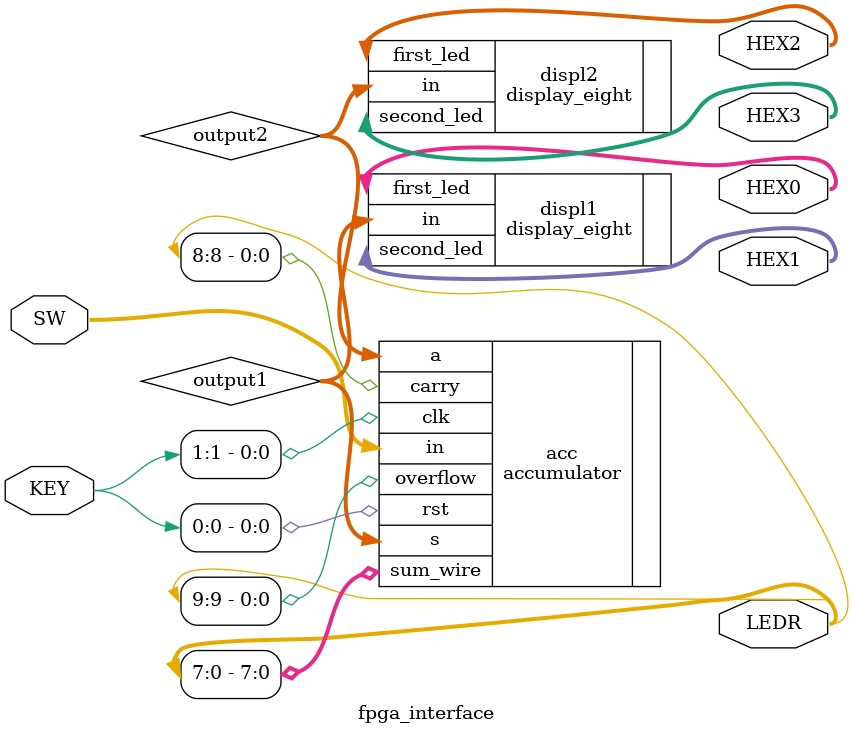
<source format=v>

module fpga_interface(
	SW,
	KEY,
	LEDR,
	HEX0,
	HEX1,
	HEX2,
	HEX3
);

	input [7:0]		SW;
	input [1:0]		KEY;

	output [9:0]		LEDR;
	output [6:0]		HEX0;
	output [6:0]		HEX1;
	output [6:0]		HEX2;
	output [6:0]		HEX3;

	wire [7:0] output1;
	wire [7:0] output2;

	accumulator acc(
		.clk(KEY[1]),
		.rst(KEY[0]),
		.in(SW),
		.s(output1),
		.a(output2),
		.sum_wire(LEDR[7:0]),
		.overflow(LEDR[9]),
		.carry(LEDR[8])
	);

	display_eight displ1(
		.in(output1),
		.first_led(HEX0),
		.second_led(HEX1)
	);

	display_eight displ2(
		.in(output2),
		.first_led(HEX2),
		.second_led(HEX3)
	);
	
endmodule
</source>
